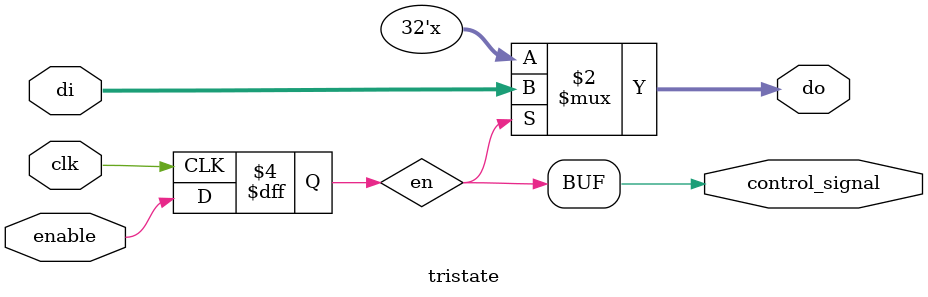
<source format=v>

module tristate 
#(parameter N_BITS=32)
(
	input   clk, enable,
	input  [N_BITS-1:0] di,
	output [N_BITS-1:0] do,
	output control_signal
);

// Local enable register
reg en=0;

always @ (posedge clk)
begin
	en <= enable;
end

assign do = (en ? di : {N_BITS{1'bZ}});
assign control_signal = en;

endmodule

</source>
